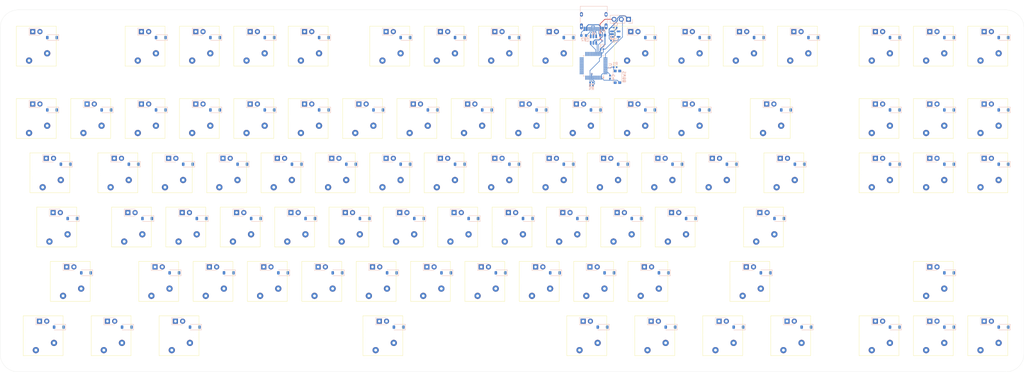
<source format=kicad_pcb>
(kicad_pcb (version 20241229) (generator "pcbnew") (generator_version "9.0")
  (layers (0 "F.Cu" signal) (2 "B.Cu" signal) (13 "F.Paste" user) (15 "B.Paste" user) (5 "F.SilkS" user "F.Silkscreen") (7 "B.SilkS" user "B.Silkscreen") (1 "F.Mask" user) (3 "B.Mask" user) (25 "Edge.Cuts" user))
  (net 0 "")
  (net 1 "/keys/c0")
  (net 2 "Net-(D1-A)")
  (net 3 "Net-(D2-A)")
  (net 4 "Net-(D4-A)")
  (net 5 "Net-(D6-A)")
  (net 6 "Net-(D7-A)")
  (net 7 "/keys/c1")
  (net 8 "Net-(D5-A)")
  (net 9 "Net-(D9-A)")
  (net 10 "Net-(D10-A)")
  (net 11 "Net-(D11-A)")
  (net 12 "Net-(D12-A)")
  (net 13 "/keys/c2")
  (net 14 "Net-(D13-A)")
  (net 15 "Net-(D14-A)")
  (net 16 "Net-(D17-A)")
  (net 17 "/keys/c3")
  (net 18 "Net-(D18-A)")
  (net 19 "Net-(D16-A)")
  (net 20 "Net-(D20-A)")
  (net 21 "Net-(D21-A)")
  (net 22 "Net-(D19-A)")
  (net 23 "Net-(D22-A)")
  (net 24 "/keys/c4")
  (net 25 "Net-(D24-A)")
  (net 26 "Net-(D25-A)")
  (net 27 "Net-(D26-A)")
  (net 28 "Net-(D27-A)")
  (net 29 "/keys/c5")
  (net 30 "Net-(D28-A)")
  (net 31 "Net-(D29-A)")
  (net 32 "Net-(D30-A)")
  (net 33 "Net-(D31-A)")
  (net 34 "/keys/c6")
  (net 35 "Net-(D23-A)")
  (net 36 "Net-(D33-A)")
  (net 37 "Net-(D34-A)")
  (net 38 "Net-(D35-A)")
  (net 39 "Net-(D36-A)")
  (net 40 "Net-(D37-A)")
  (net 41 "Net-(D38-A)")
  (net 42 "/keys/c7")
  (net 43 "Net-(D39-A)")
  (net 44 "Net-(D40-A)")
  (net 45 "Net-(D41-A)")
  (net 46 "Net-(D42-A)")
  (net 47 "Net-(D43-A)")
  (net 48 "/keys/c8")
  (net 49 "Net-(D44-A)")
  (net 50 "Net-(D45-A)")
  (net 51 "Net-(D46-A)")
  (net 52 "Net-(D47-A)")
  (net 53 "/keys/c9")
  (net 54 "Net-(D48-A)")
  (net 55 "Net-(D49-A)")
  (net 56 "Net-(D50-A)")
  (net 57 "Net-(D51-A)")
  (net 58 "Net-(D52-A)")
  (net 59 "/keys/c10")
  (net 60 "Net-(D53-A)")
  (net 61 "Net-(D54-A)")
  (net 62 "Net-(D55-A)")
  (net 63 "Net-(D56-A)")
  (net 64 "Net-(D57-A)")
  (net 65 "Net-(D58-A)")
  (net 66 "Net-(D59-A)")
  (net 67 "/keys/c11")
  (net 68 "Net-(D60-A)")
  (net 69 "Net-(D61-A)")
  (net 70 "Net-(D62-A)")
  (net 71 "Net-(D63-A)")
  (net 72 "Net-(D64-A)")
  (net 73 "/keys/c12")
  (net 74 "Net-(D65-A)")
  (net 75 "Net-(D66-A)")
  (net 76 "Net-(D67-A)")
  (net 77 "Net-(D68-A)")
  (net 78 "Net-(D69-A)")
  (net 79 "Net-(D70-A)")
  (net 80 "Net-(D71-A)")
  (net 81 "/keys/c13")
  (net 82 "Net-(D72-A)")
  (net 83 "Net-(D73-A)")
  (net 84 "Net-(D32-A)")
  (net 85 "Net-(D75-A)")
  (net 86 "/keys/c14")
  (net 87 "Net-(D76-A)")
  (net 88 "Net-(D77-A)")
  (net 89 "Net-(D78-A)")
  (net 90 "Net-(D79-A)")
  (net 91 "Net-(D80-A)")
  (net 92 "/keys/c15")
  (net 93 "Net-(D81-A)")
  (net 94 "Net-(D82-A)")
  (net 95 "Net-(D83-A)")
  (net 96 "Net-(D84-A)")
  (net 97 "Net-(D85-A)")
  (net 98 "Net-(D86-A)")
  (net 99 "Net-(D87-A)")
  (net 100 "/keys/r0")
  (net 101 "/keys/r1")
  (net 102 "/keys/r5")
  (net 103 "/keys/r2")
  (net 104 "/keys/r3")
  (net 105 "/keys/r4")
  (net 106 "Net-(D74-A)")
  (net 107 "/LEDs/V_in")
  (net 108 "/LEDs/led_esc")
  (net 109 "/LEDs/led_tilde")
  (net 110 "/LEDs/led_leftcontrol")
  (net 111 "/LEDs/led_tab")
  (net 112 "/LEDs/led_capslock")
  (net 113 "/LEDs/led_leftshift")
  (net 114 "/LEDs/led_1")
  (net 115 "/LEDs/led_fn")
  (net 116 "/LEDs/led_menu")
  (net 117 "/LEDs/led_q")
  (net 118 "/LEDs/led_a")
  (net 119 "/LEDs/led_f1")
  (net 120 "/LEDs/led_2")
  (net 121 "/LEDs/led_z")
  (net 122 "/LEDs/led_w")
  (net 123 "/LEDs/led_alt")
  (net 124 "/LEDs/led_rightcontrol")
  (net 125 "/LEDs/led_s")
  (net 126 "/LEDs/led_f2")
  (net 127 "/LEDs/led_3")
  (net 128 "/LEDs/led_x")
  (net 129 "/LEDs/led_e")
  (net 130 "/LEDs/led_d")
  (net 131 "/LEDs/led_f3")
  (net 132 "/LEDs/led_4")
  (net 133 "/LEDs/led_c")
  (net 134 "/LEDs/led_r")
  (net 135 "/LEDs/led_f")
  (net 136 "/LEDs/led_f4")
  (net 137 "/LEDs/led_5")
  (net 138 "/LEDs/led_v")
  (net 139 "/LEDs/led_t")
  (net 140 "/LEDs/led_g")
  (net 141 "/LEDs/led_6")
  (net 142 "/LEDs/led_b")
  (net 143 "/LEDs/led_space")
  (net 144 "/LEDs/led_f5")
  (net 145 "/LEDs/led_y")
  (net 146 "/LEDs/led_h")
  (net 147 "/LEDs/led_7")
  (net 148 "/LEDs/led_n")
  (net 149 "/LEDs/led_f6")
  (net 150 "/LEDs/led_u")
  (net 151 "/LEDs/led_j")
  (net 152 "/LEDs/led_8")
  (net 153 "/LEDs/led_m")
  (net 154 "/LEDs/led_f7")
  (net 155 "/LEDs/led_i")
  (net 156 "/LEDs/led_k")
  (net 157 "/LEDs/led_9")
  (net 158 "/LEDs/led_comma")
  (net 159 "/LEDs/led_f8")
  (net 160 "/LEDs/led_o")
  (net 161 "/LEDs/led_l")
  (net 162 "/LEDs/led_0")
  (net 163 "/LEDs/led_altgr")
  (net 164 "/LEDs/led_dot")
  (net 165 "/LEDs/led_p")
  (net 166 "/LEDs/led_semicolon")
  (net 167 "/LEDs/led_f9")
  (net 168 "/LEDs/led_minus")
  (net 169 "/LEDs/led_slash")
  (net 170 "/LEDs/led_win")
  (net 171 "/LEDs/led_openbracket")
  (net 172 "/LEDs/led_quote")
  (net 173 "/LEDs/led_f10")
  (net 174 "/LEDs/led_equals")
  (net 175 "/LEDs/led_closebracket")
  (net 176 "Net-(D3-A)")
  (net 177 "/LEDs/led_f11")
  (net 178 "/LEDs/led_rightshift")
  (net 179 "/LEDs/led_enter")
  (net 180 "/LEDs/led_backspace")
  (net 181 "/LEDs/led_backslash")
  (net 182 "Net-(D8-A)")
  (net 183 "/LEDs/led_f12")
  (net 184 "/LEDs/led_printscreen")
  (net 185 "/LEDs/led_insert")
  (net 186 "/LEDs/led_delete")
  (net 187 "/LEDs/led_left")
  (net 188 "/LEDs/led_scrollock")
  (net 189 "/LEDs/led_home")
  (net 190 "/LEDs/led_end")
  (net 191 "/LEDs/led_up")
  (net 192 "/LEDs/led_down")
  (net 193 "/LEDs/led_pause")
  (net 194 "/LEDs/led_pageup")
  (net 195 "/LEDs/led_pagedown")
  (net 196 "/LEDs/led_right")
  (net 197 "Net-(D15-A)")
  (net 198 "3V3")
  (net 199 "GND")
  (net 200 "5V")
  (net 201 "SWDIO")
  (net 202 "SWDCLK")
  (net 203 "BOOT0")
  (net 204 "Net-(J1-CC1)")
  (net 205 "Net-(J1-CC2)")
  (net 206 "RESET")
  (net 207 "Net-(J1-D+-PadA6)")
  (net 208 "USBDP")
  (net 209 "USBDM")
  (net 210 "Net-(J1-D--PadA7)")
  (net 213 "/usb_base/Y5")
  (net 215 "/usb_base/Y6")
  (net 216 "/usb_base/Y0")
  (net 220 "/usb_base/Y4")
  (net 221 "/usb_base/Y7")
  (net 223 "/usb_base/Y2")
  (net 226 "/usb_base/Y1")
  (net 227 "/usb_base/Y3")
  (footprint "footprints:SW_Cherry_MX_1.00u_PCB" (layer "F.Cu") (at 237.1725 103.505 180)
    (property "Reference" "SW57" (hide yes))
    (property "Value" "key_semicolon" (hide yes))
  )
  (footprint "footprints:SW_Cherry_MX_2.25u_PCB" (layer "F.Cu") (at 287.17875 103.505 180)
    (property "Reference" "SW70" (hide yes))
    (property "Value" "key_enter" (hide yes))
  )
  (footprint "footprints:SW_Cherry_MX_1.00u_PCB" (layer "F.Cu") (at 175.26 84.454999 180)
    (property "Reference" "SW41" (hide yes))
    (property "Value" "key_u" (hide yes))
  )
  (footprint "footprints:SW_Cherry_MX_1.25u_PCB" (layer "F.Cu") (at 225.26625 141.605 180)
    (property "Reference" "SW54" (hide yes))
    (property "Value" "key_altgr" (hide yes))
  )
  (footprint "footprints:SW_Cherry_MX_1.00u_PCB" (layer "F.Cu") (at 194.31 40.004999 180)
    (property "Reference" "SW45" (hide yes))
    (property "Value" "key_f7" (hide yes))
  )
  (footprint "footprints:SW_Cherry_MX_1.00u_PCB" (layer "F.Cu") (at 89.535 65.405 180)
    (property "Reference" "SW18" (hide yes))
    (property "Value" "key_3" (hide yes))
  )
  (footprint "footprints:SW_Cherry_MX_1.00u_PCB" (layer "F.Cu") (at 60.96 84.454999 180)
    (property "Reference" "SW9" (hide yes))
    (property "Value" "key_q" (hide yes))
  )
  (footprint "footprints:SW_Cherry_MX_1.00u_PCB" (layer "F.Cu") (at 365.76 141.605 180)
    (property "Reference" "SW87" (hide yes))
    (property "Value" "key_right" (hide yes))
  )
  (footprint "footprints:SW_Cherry_MX_1.00u_PCB" (layer "F.Cu") (at 160.9725 103.505 180)
    (property "Reference" "SW37" (hide yes))
    (property "Value" "key_h" (hide yes))
  )
  (footprint "footprints:SW_Cherry_MX_1.00u_PCB" (layer "F.Cu") (at 103.822499 103.505 180)
    (property "Reference" "SW21" (hide yes))
    (property "Value" "key_d" (hide yes))
  )
  (footprint "footprints:SW_Cherry_MX_1.50u_PCB" (layer "F.Cu") (at 294.3225 84.454999 180)
    (property "Reference" "SW72" (hide yes))
    (property "Value" "key_backslash" (hide yes))
  )
  (footprint "footprints:SW_Cherry_MX_1.25u_PCB" (layer "F.Cu") (at 82.39125 141.605 180)
    (property "Reference" "SW15" (hide yes))
    (property "Value" "key_alt" (hide yes))
  )
  (footprint "footprints:SW_Cherry_MX_1.00u_PCB" (layer "F.Cu") (at 256.2225 103.505 180)
    (property "Reference" "SW63" (hide yes))
    (property "Value" "key_quote" (hide yes))
  )
  (footprint "footprints:SW_Cherry_MX_1.00u_PCB" (layer "F.Cu") (at 260.985 40.004999 180)
    (property "Reference" "SW64" (hide yes))
    (property "Value" "key_f10" (hide yes))
  )
  (footprint "footprints:SW_Cherry_MX_1.00u_PCB" (layer "F.Cu") (at 346.71 65.405 180)
    (property "Reference" "SW80" (hide yes))
    (property "Value" "key_home" (hide yes))
  )
  (footprint "footprints:SW_Cherry_MX_2.00u_PCB" (layer "F.Cu") (at 289.559999 65.405 180)
    (property "Reference" "SW71" (hide yes))
    (property "Value" "key_backspace" (hide yes))
  )
  (footprint "footprints:SW_Cherry_MX_1.00u_PCB" (layer "F.Cu") (at 137.16 84.454999 180)
    (property "Reference" "SW30" (hide yes))
    (property "Value" "key_t" (hide yes))
  )
  (footprint "footprints:SW_Cherry_MX_1.50u_PCB" (layer "F.Cu") (at 37.1475 84.454999 180)
    (property "Reference" "SW4" (hide yes))
    (property "Value" "key_tab" (hide yes))
  )
  (footprint "footprints:SW_Cherry_MX_1.00u_PCB" (layer "F.Cu") (at 84.7725 103.505 180)
    (property "Reference" "SW16" (hide yes))
    (property "Value" "key_s" (hide yes))
  )
  (footprint "footprints:SW_Cherry_MX_1.00u_PCB" (layer "F.Cu") (at 32.384999 65.405 180)
    (property "Reference" "SW2" (hide yes))
    (property "Value" "key_tilde" (hide yes))
  )
  (footprint "footprints:SW_Cherry_MX_1.00u_PCB" (layer "F.Cu") (at 108.585 40.004999 180)
    (property "Reference" "SW22" (hide yes))
    (property "Value" "key_f3" (hide yes))
  )
  (footprint "footprints:SW_Cherry_MX_1.25u_PCB" (layer "F.Cu") (at 272.89125 141.605 180)
    (property "Reference" "SW67" (hide yes))
    (property "Value" "key_menu" (hide yes))
  )
  (footprint "footprints:SW_Cherry_MX_1.00u_PCB" (layer "F.Cu") (at 75.2475 122.555 180)
    (property "Reference" "SW13" (hide yes))
    (property "Value" "key_z" (hide yes))
  )
  (footprint "footprints:SW_Cherry_MX_1.00u_PCB" (layer "F.Cu") (at 113.3475 122.555 180)
    (property "Reference" "SW24" (hide yes))
    (property "Value" "key_c" (hide yes))
  )
  (footprint "footprints:SW_Cherry_MX_1.00u_PCB" (layer "F.Cu") (at 203.835 65.405 180)
    (property "Reference" "SW48" (hide yes))
    (property "Value" "key_9" (hide yes))
  )
  (footprint "footprints:SW_Cherry_MX_1.00u_PCB" (layer "F.Cu") (at 280.035 40.004999 180)
    (property "Reference" "SW68" (hide yes))
    (property "Value" "key_f11" (hide yes))
  )
  (footprint "footprints:SW_Cherry_MX_1.00u_PCB" (layer "F.Cu") (at 194.31 84.454999 180)
    (property "Reference" "SW46" (hide yes))
    (property "Value" "key_i" (hide yes))
  )
  (footprint "footprints:SW_Cherry_MX_1.00u_PCB" (layer "F.Cu") (at 346.71 84.454999 180)
    (property "Reference" "SW81" (hide yes))
    (property "Value" "key_end" (hide yes))
  )
  (footprint "footprints:SW_Cherry_MX_1.00u_PCB" (layer "F.Cu") (at 327.659999 141.605 180)
    (property "Reference" "SW78" (hide yes))
    (property "Value" "key_left" (hide yes))
  )
  (footprint "footprints:SW_Cherry_MX_1.00u_PCB" (layer "F.Cu") (at 180.0225 103.505 180)
    (property "Reference" "SW42" (hide yes))
    (property "Value" "key_j" (hide yes))
  )
  (footprint "footprints:SW_Cherry_MX_1.00u_PCB" (layer "F.Cu") (at 208.5975 122.555 180)
    (property "Reference" "SW49" (hide yes))
    (property "Value" "key_comma" (hide yes))
  )
  (footprint "footprints:SW_Cherry_MX_1.00u_PCB" (layer "F.Cu") (at 241.935 65.405 180)
    (property "Reference" "SW59" (hide yes))
    (property "Value" "key_minus" (hide yes))
  )
  (footprint "footprints:SW_Cherry_MX_1.00u_PCB" (layer "F.Cu") (at 127.634999 65.405 180)
    (property "Reference" "SW28" (hide yes))
    (property "Value" "key_5" (hide yes))
  )
  (footprint "footprints:SW_Cherry_MX_1.00u_PCB" (layer "F.Cu") (at 184.785 65.405 180)
    (property "Reference" "SW43" (hide yes))
    (property "Value" "key_8" (hide yes))
  )
  (footprint "footprints:SW_Cherry_MX_1.00u_PCB" (layer "F.Cu") (at 146.685 65.405 180)
    (property "Reference" "SW32" (hide yes))
    (property "Value" "key_6" (hide yes))
  )
  (footprint "footprints:SW_Cherry_MX_1.00u_PCB" (layer "F.Cu") (at 122.8725 103.505 180)
    (property "Reference" "SW26" (hide yes))
    (property "Value" "key_f" (hide yes))
  )
  (footprint "footprints:SW_Cherry_MX_2.25u_PCB" (layer "F.Cu") (at 44.29125 122.555 180)
    (property "Reference" "SW6" (hide yes))
    (property "Value" "key_leftshift" (hide yes))
  )
  (footprint "footprints:SW_Cherry_MX_1.00u_PCB" (layer "F.Cu") (at 251.46 84.454999 180)
    (property "Reference" "SW62" (hide yes))
    (property "Value" "key_openbracket" (hide yes))
  )
  (footprint "footprints:SW_Cherry_MX_1.00u_PCB" (layer "F.Cu") (at 246.6975 122.555 180)
    (property "Reference" "SW60" (hide yes))
    (property "Value" "key_slash" (hide yes))
  )
  (footprint "footprints:SW_Cherry_MX_1.00u_PCB" (layer "F.Cu") (at 218.1225 103.505 180)
    (property "Reference" "SW52" (hide yes))
    (property "Value" "key_l" (hide yes))
  )
  (footprint "footprints:SW_Cherry_MX_1.00u_PCB" (layer "F.Cu") (at 141.9225 103.505 180)
    (property "Reference" "SW31" (hide yes))
    (property "Value" "key_g" (hide yes))
  )
  (footprint "footprints:SW_Cherry_MX_1.00u_PCB" (layer "F.Cu") (at 346.71 141.605 180)
    (property "Reference" "SW83" (hide yes))
    (property "Value" "key_down" (hide yes))
  )
  (footprint "footprints:SW_Cherry_MX_1.00u_PCB" (layer "F.Cu") (at 346.71 40.004999 180)
    (property "Reference" "SW79" (hide yes))
    (property "Value" "key_scrollock" (hide yes))
  )
  (footprint "footprints:SW_Cherry_MX_1.00u_PCB" (layer "F.Cu") (at 51.435 65.405 180)
    (property "Reference" "SW7" (hide yes))
    (property "Value" "key_1" (hide yes))
  )
  (footprint "footprints:SW_Cherry_MX_2.75u_PCB" (layer "F.Cu") (at 282.41625 122.555 180)
    (property "Reference" "SW69" (hide yes))
    (property "Value" "key_rightshift" (hide yes))
  )
  (footprint "footprints:SW_Cherry_MX_1.00u_PCB" (layer "F.Cu") (at 365.76 65.405 180)
    (property "Reference" "SW85" (hide yes))
    (property "Value" "key_pageup" (hide yes))
  )
  (footprint "footprints:SW_Cherry_MX_1.00u_PCB" (layer "F.Cu") (at 327.659999 84.454999 180)
    (property "Reference" "SW77" (hide yes))
    (property "Value" "key_delete" (hide yes))
  )
  (footprint "footprints:SW_Cherry_MX_1.00u_PCB" (layer "F.Cu") (at 189.5475 122.555 180)
    (property "Reference" "SW44" (hide yes))
    (property "Value" "key_m" (hide yes))
  )
  (footprint "footprints:SW_Cherry_MX_1.00u_PCB" (layer "F.Cu") (at 32.384999 40.004999 180)
    (property "Reference" "SW1" (hide yes))
    (property "Value" "key_esc" (hide yes))
  )
  (footprint "footprints:SW_Cherry_MX_1.00u_PCB" (layer "F.Cu") (at 99.06 84.454999 180)
    (property "Reference" "SW20" (hide yes))
    (property "Value" "key_e" (hide yes))
  )
  (footprint "footprints:SW_Cherry_MX_1.00u_PCB" (layer "F.Cu") (at 222.885 65.405 180)
    (property "Reference" "SW53" (hide yes))
    (property "Value" "key_0" (hide yes))
  )
  (footprint "footprints:SW_Cherry_MX_1.00u_PCB" (layer "F.Cu") (at 365.76 40.004999 180)
    (property "Reference" "SW84" (hide yes))
    (property "Value" "key_pause" (hide yes))
  )
  (footprint "footprints:SW_Cherry_MX_1.00u_PCB" (layer "F.Cu") (at 170.4975 122.555 180)
    (property "Reference" "SW39" (hide yes))
    (property "Value" "key_n" (hide yes))
  )
  (footprint "footprints:SW_Cherry_MX_1.00u_PCB" (layer "F.Cu") (at 127.634999 40.004999 180)
    (property "Reference" "SW27" (hide yes))
    (property "Value" "key_f4" (hide yes))
  )
  (footprint "footprints:SW_Cherry_MX_1.00u_PCB" (layer "F.Cu") (at 213.36 84.454999 180)
    (property "Reference" "SW51" (hide yes))
    (property "Value" "key_o" (hide yes))
  )
  (footprint "footprints:SW_Cherry_MX_1.25u_PCB" (layer "F.Cu") (at 249.07875 141.605 180)
    (property "Reference" "SW61" (hide yes))
    (property "Value" "key_win" (hide yes))
  )
  (footprint "footprints:SW_Cherry_MX_1.00u_PCB" (layer "F.Cu") (at 94.297499 122.555 180)
    (property "Reference" "SW19" (hide yes))
    (property "Value" "key_x" (hide yes))
  )
  (footprint "footprints:SW_Cherry_MX_1.00u_PCB" (layer "F.Cu") (at 89.535 40.004999 180)
    (property "Reference" "SW17" (hide yes))
    (property "Value" "key_f2" (hide yes))
  )
  (footprint "footprints:SW_Cherry_MX_1.00u_PCB" (layer "F.Cu") (at 108.585 65.405 180)
    (property "Reference" "SW23" (hide yes))
    (property "Value" "key_4" (hide yes))
  )
  (footprint "footprints:SW_Cherry_MX_6.25u_PCB" (layer "F.Cu") (at 153.82875 141.605 180)
    (property "Reference" "SW34" (hide yes))
    (property "Value" "key_space" (hide yes))
  )
  (footprint "footprints:SW_Cherry_MX_1.00u_PCB" (layer "F.Cu") (at 260.985 65.405 180)
    (property "Reference" "SW65" (hide yes))
    (property "Value" "key_equals" (hide yes))
  )
  (footprint "footprints:SW_Cherry_MX_1.00u_PCB" (layer "F.Cu") (at 213.36 40.004999 180)
    (property "Reference" "SW50" (hide yes))
    (property "Value" "key_f8" (hide yes))
  )
  (footprint "footprints:SW_Cherry_MX_1.00u_PCB" (layer "F.Cu") (at 70.485 65.405 180)
    (property "Reference" "SW12" (hide yes))
    (property "Value" "key_2" (hide yes))
  )
  (footprint "footprints:SW_Cherry_MX_1.00u_PCB" (layer "F.Cu") (at 175.26 40.004999 180)
    (property "Reference" "SW40" (hide yes))
    (property "Value" "key_f6" (hide yes))
  )
  (footprint "footprints:SW_Cherry_MX_1.25u_PCB" (layer "F.Cu") (at 58.57875 141.605 180)
    (property "Reference" "SW8" (hide yes))
    (property "Value" "key_fn" (hide yes))
  )
  (footprint "footprints:SW_Cherry_MX_1.75u_PCB" (layer "F.Cu") (at 39.52875 103.505 180)
    (property "Reference" "SW5" (hide yes))
    (property "Value" "key_capslock" (hide yes))
  )
  (footprint "footprints:SW_Cherry_MX_1.00u_PCB" (layer "F.Cu") (at 232.41 84.454999 180)
    (property "Reference" "SW56" (hide yes))
    (property "Value" "key_p" (hide yes))
  )
  (footprint "footprints:SW_Cherry_MX_1.25u_PCB" (layer "F.Cu") (at 296.703749 141.605 180)
    (property "Reference" "SW73" (hide yes))
    (property "Value" "key_rightcontrol" (hide yes))
  )
  (footprint "footprints:SW_Cherry_MX_1.00u_PCB" (layer "F.Cu") (at 118.109999 84.454999 180)
    (property "Reference" "SW25" (hide yes))
    (property "Value" "key_r" (hide yes))
  )
  (footprint "footprints:SW_Cherry_MX_1.25u_PCB" (layer "F.Cu") (at 34.76625 141.605 180)
    (property "Reference" "SW3" (hide yes))
    (property "Value" "key_leftcontrol" (hide yes))
  )
  (footprint "footprints:SW_Cherry_MX_1.00u_PCB" (layer "F.Cu") (at 270.51 84.454999 180)
    (property "Reference" "SW66" (hide yes))
    (property "Value" "key_closebracket" (hide yes))
  )
  (footprint "footprints:SW_Cherry_MX_1.00u_PCB" (layer "F.Cu") (at 199.0725 103.505 180)
    (property "Reference" "SW47" (hide yes))
    (property "Value" "key_k" (hide yes))
  )
  (footprint "footprints:SW_Cherry_MX_1.00u_PCB" (layer "F.Cu") (at 241.935 40.004999 180)
    (property "Reference" "SW58" (hide yes))
    (property "Value" "key_f9" (hide yes))
  )
  (footprint "footprints:SW_Cherry_MX_1.00u_PCB" (layer "F.Cu") (at 80.01 84.454999 180)
    (property "Reference" "SW14" (hide yes))
    (property "Value" "key_w" (hide yes))
  )
  (footprint "footprints:SW_Cherry_MX_1.00u_PCB" (layer "F.Cu") (at 327.659999 40.004999 180)
    (property "Reference" "SW75" (hide yes))
    (property "Value" "key_printscreen" (hide yes))
  )
  (footprint "footprints:SW_Cherry_MX_1.00u_PCB" (layer "F.Cu") (at 346.71 122.555 180)
    (property "Reference" "SW82" (hide yes))
    (property "Value" "key_up" (hide yes))
  )
  (footprint "footprints:SW_Cherry_MX_1.00u_PCB" (layer "F.Cu") (at 227.6475 122.555 180)
    (property "Reference" "SW55" (hide yes))
    (property "Value" "key_dot" (hide yes))
  )
  (footprint "footprints:SW_Cherry_MX_1.00u_PCB" (layer "F.Cu") (at 132.3975 122.555 180)
    (property "Reference" "SW29" (hide yes))
    (property "Value" "key_v" (hide yes))
  )
  (footprint "footprints:SW_Cherry_MX_1.00u_PCB" (layer "F.Cu") (at 165.735 65.405 180)
    (property "Reference" "SW38" (hide yes))
    (property "Value" "key_7" (hide yes))
  )
  (footprint "footprints:SW_Cherry_MX_1.00u_PCB" (layer "F.Cu") (at 327.659999 65.405 180)
    (property "Reference" "SW76" (hide yes))
    (property "Value" "key_insert" (hide yes))
  )
  (footprint "footprints:SW_Cherry_MX_1.00u_PCB" (layer "F.Cu") (at 65.7225 103.505 180)
    (property "Reference" "SW10" (hide yes))
    (property "Value" "key_a" (hide yes))
  )
  (footprint "footprints:SW_Cherry_MX_1.00u_PCB" (layer "F.Cu") (at 70.485 40.004999 180)
    (property "Reference" "SW11" (hide yes))
    (property "Value" "key_f1" (hide yes))
  )
  (footprint "footprints:SW_Cherry_MX_1.00u_PCB" (layer "F.Cu") (at 156.21 40.004999 180)
    (property "Reference" "SW35" (hide yes))
    (property "Value" "key_f5" (hide yes))
  )
  (footprint "footprints:SW_Cherry_MX_1.00u_PCB" (layer "F.Cu") (at 156.21 84.454999 180)
    (property "Reference" "SW36" (hide yes))
    (property "Value" "key_y" (hide yes))
  )
  (footprint "footprints:SW_Cherry_MX_1.00u_PCB" (layer "F.Cu") (at 365.76 84.454999 180)
    (property "Reference" "SW86" (hide yes))
    (property "Value" "key_pagedown" (hide yes))
  )
  (footprint "footprints:SW_Cherry_MX_1.00u_PCB" (layer "F.Cu") (at 151.4475 122.555 180)
    (property "Reference" "SW33" (hide yes))
    (property "Value" "key_b" (hide yes))
  )
  (footprint "footprints:SW_Cherry_MX_1.00u_PCB" (layer "F.Cu") (at 299.085 40.004999 180)
    (property "Reference" "SW74" (hide yes))
    (property "Value" "key_f12" (hide yes))
  )
  (footprint "Diode_SMD:D_SOD-123" (layer "B.Cu") (at 354.75 114.475 180)
    (property "Reference" "D82" (hide yes))
    (property "Value" "d_up" (hide yes))
  )
  (footprint "Diode_SMD:D_SOD-123" (layer "B.Cu") (at 173.775 57.324999 180)
    (property "Reference" "D38" (hide yes))
    (property "Value" "d_7" (hide yes))
  )
  (footprint "Diode_SMD:D_SOD-123" (layer "B.Cu") (at 130.9125 95.424999 180)
    (property "Reference" "D26" (hide yes))
    (property "Value" "d_f" (hide yes))
  )
  (footprint "footprints:LED3mm" (layer "B.Cu") (at 215.9 29.845)
    (property "Reference" "LED50" (hide yes))
    (property "Value" "LED_f8" (hide yes))
  )
  (footprint "footprints:LED3mm" (layer "B.Cu") (at 225.425 55.245)
    (property "Reference" "LED53" (hide yes))
    (property "Value" "LED_0" (hide yes))
  )
  (footprint "footprints:LED3mm" (layer "B.Cu") (at 173.0375 112.395)
    (property "Reference" "LED39" (hide yes))
    (property "Value" "LED_n" (hide yes))
  )
  (footprint "Diode_SMD:D_SOD-123" (layer "B.Cu") (at 116.625 57.324999 180)
    (property "Reference" "D23" (hide yes))
    (property "Value" "d_4" (hide yes))
  )
  (footprint "footprints:LED3mm" (layer "B.Cu") (at 34.925 55.245)
    (property "Reference" "LED2" (hide yes))
    (property "Value" "LED_tilde" (hide yes))
  )
  (footprint "Diode_SMD:D_SOD-123" (layer "B.Cu") (at 335.7 76.375 180)
    (property "Reference" "D77" (hide yes))
    (property "Value" "d_delete" (hide yes))
  )
  (footprint "Diode_SMD:D_SOD-123" (layer "B.Cu") (at 42.80625 133.525 180)
    (property "Reference" "D3" (hide yes))
    (property "Value" "d_leftcontrol" (hide yes))
  )
  (footprint "footprints:LED3mm" (layer "B.Cu") (at 187.325 55.245)
    (property "Reference" "LED43" (hide yes))
    (property "Value" "LED_8" (hide yes))
  )
  (footprint "footprints:LED3mm" (layer "B.Cu") (at 192.0875 112.395)
    (property "Reference" "LED44" (hide yes))
    (property "Value" "LED_m" (hide yes))
  )
  (footprint "Diode_SMD:D_SOD-123" (layer "B.Cu") (at 335.7 57.324999 180)
    (property "Reference" "D76" (hide yes))
    (property "Value" "d_insert" (hide yes))
  )
  (footprint "footprints:LED3mm" (layer "B.Cu") (at 92.074999 55.245)
    (property "Reference" "LED18" (hide yes))
    (property "Value" "LED_3" (hide yes))
  )
  (footprint "footprints:LED3mm" (layer "B.Cu") (at 34.925 29.845)
    (property "Reference" "LED1" (hide yes))
    (property "Value" "LED_esc" (hide yes))
  )
  (footprint "Diode_SMD:D_SOD-123" (layer "B.Cu") (at 373.8 57.324999 180)
    (property "Reference" "D85" (hide yes))
    (property "Value" "d_pageup" (hide yes))
  )
  (footprint "footprints:LED3mm" (layer "B.Cu") (at 63.5 74.294999)
    (property "Reference" "LED9" (hide yes))
    (property "Value" "LED_q" (hide yes))
  )
  (footprint "footprints:LED3mm" (layer "B.Cu") (at 299.24375 131.445)
    (property "Reference" "LED73" (hide yes))
    (property "Value" "LED_rightcontrol" (hide yes))
  )
  (footprint "Diode_SMD:D_SOD-123" (layer "B.Cu") (at 202.35 31.924999 180)
    (property "Reference" "D45" (hide yes))
    (property "Value" "d_f7" (hide yes))
  )
  (footprint "Diode_SMD:D_SOD-123" (layer "B.Cu") (at 269.025 57.324999 180)
    (property "Reference" "D65" (hide yes))
    (property "Value" "d_equals" (hide yes))
  )
  (footprint "footprints:LED3mm" (layer "B.Cu") (at 182.5625 93.345)
    (property "Reference" "LED42" (hide yes))
    (property "Value" "LED_j" (hide yes))
  )
  (footprint "Diode_SMD:D_SOD-123" (layer "B.Cu") (at 169.0125 95.424999 180)
    (property "Reference" "D37" (hide yes))
    (property "Value" "d_h" (hide yes))
  )
  (footprint "footprints:LED3mm" (layer "B.Cu") (at 120.65 74.294999)
    (property "Reference" "LED25" (hide yes))
    (property "Value" "LED_r" (hide yes))
  )
  (footprint "footprints:LED3mm" (layer "B.Cu") (at 301.625 29.845)
    (property "Reference" "LED74" (hide yes))
    (property "Value" "LED_f12" (hide yes))
  )
  (footprint "Diode_SMD:D_SOD-123" (layer "B.Cu") (at 135.675 57.324999 180)
    (property "Reference" "D28" (hide yes))
    (property "Value" "d_5" (hide yes))
  )
  (footprint "Diode_SMD:D_SOD-123" (layer "B.Cu") (at 249.975 57.324999 180)
    (property "Reference" "D59" (hide yes))
    (property "Value" "d_minus" (hide yes))
  )
  (footprint "footprints:LED3mm" (layer "B.Cu") (at 273.05 74.294999)
    (property "Reference" "LED66" (hide yes))
    (property "Value" "LED_closebracket" (hide yes))
  )
  (footprint "Diode_SMD:D_SOD-123" (layer "B.Cu") (at 307.125 31.924999 180)
    (property "Reference" "D74" (hide yes))
    (property "Value" "d_f12" (hide yes))
  )
  (footprint "footprints:LED3mm" (layer "B.Cu") (at 134.9375 112.395)
    (property "Reference" "LED29" (hide yes))
    (property "Value" "LED_v" (hide yes))
  )
  (footprint "footprints:LED3mm" (layer "B.Cu") (at 115.887499 112.395)
    (property "Reference" "LED24" (hide yes))
    (property "Value" "LED_c" (hide yes))
  )
  (footprint "Diode_SMD:D_SOD-123" (layer "B.Cu") (at 97.574999 57.324999 180)
    (property "Reference" "D18" (hide yes))
    (property "Value" "d_3" (hide yes))
  )
  (footprint "footprints:LED3mm" (layer "B.Cu") (at 220.6625 93.345)
    (property "Reference" "LED52" (hide yes))
    (property "Value" "LED_l" (hide yes))
  )
  (footprint "footprints:LED3mm" (layer "B.Cu") (at 130.175 55.245)
    (property "Reference" "LED28" (hide yes))
    (property "Value" "LED_5" (hide yes))
  )
  (footprint "Diode_SMD:D_SOD-123" (layer "B.Cu") (at 335.7 31.924999 180)
    (property "Reference" "D75" (hide yes))
    (property "Value" "d_printscreen" (hide yes))
  )
  (footprint "footprints:LED3mm" (layer "B.Cu") (at 349.25 74.294999)
    (property "Reference" "LED81" (hide yes))
    (property "Value" "LED_end" (hide yes))
  )
  (footprint "footprints:LED3mm" (layer "B.Cu") (at 289.71875 93.345)
    (property "Reference" "LED70" (hide yes))
    (property "Value" "LED_enter" (hide yes))
  )
  (footprint "footprints:LED3mm" (layer "B.Cu") (at 249.2375 112.395)
    (property "Reference" "LED60" (hide yes))
    (property "Value" "LED_slash" (hide yes))
  )
  (footprint "footprints:LED3mm" (layer "B.Cu") (at 61.11875 131.445)
    (property "Reference" "LED8" (hide yes))
    (property "Value" "LED_fn" (hide yes))
  )
  (footprint "footprints:USB_C_Receptacle_HRO_TYPE-C-31-M-12" (layer "B.Cu") (at 230.245 24.85)
    (property "Reference" "J1")
    (property "Value" "USB_C_Receptacle_USB2.0")
  )
  (footprint "Diode_SMD:D_SOD-123" (layer "B.Cu") (at 290.45625 114.475 180)
    (property "Reference" "D69" (hide yes))
    (property "Value" "d_rightshift" (hide yes))
  )
  (footprint "Diode_SMD:D_SOD-123" (layer "B.Cu") (at 354.75 57.324999 180)
    (property "Reference" "D80" (hide yes))
    (property "Value" "d_home" (hide yes))
  )
  (footprint "Diode_SMD:D_SOD-123" (layer "B.Cu") (at 102.3375 114.475 180)
    (property "Reference" "D19" (hide yes))
    (property "Value" "d_x" (hide yes))
  )
  (footprint "Diode_SMD:D_SOD-123" (layer "B.Cu") (at 97.574999 31.924999 180)
    (property "Reference" "D17" (hide yes))
    (property "Value" "d_f2" (hide yes))
  )
  (footprint "Diode_SMD:D_SOD-123" (layer "B.Cu") (at 183.3 31.924999 180)
    (property "Reference" "D40" (hide yes))
    (property "Value" "d_f6" (hide yes))
  )
  (footprint "Diode_SMD:D_SOD-123" (layer "B.Cu") (at 78.525 31.924999 180)
    (property "Reference" "D11" (hide yes))
    (property "Value" "d_f1" (hide yes))
  )
  (footprint "footprints:LED3mm" (layer "B.Cu") (at 239.7125 93.345)
    (property "Reference" "LED57" (hide yes))
    (property "Value" "LED_semicolon" (hide yes))
  )
  (footprint "footprints:LED3mm" (layer "B.Cu") (at 139.7 74.294999)
    (property "Reference" "LED30" (hide yes))
    (property "Value" "LED_t" (hide yes))
  )
  (footprint "Diode_SMD:D_SOD-123" (layer "B.Cu") (at 249.975 31.924999 180)
    (property "Reference" "D58" (hide yes))
    (property "Value" "d_f9" (hide yes))
  )
  (footprint "footprints:LED3mm" (layer "B.Cu") (at 177.8 74.294999)
    (property "Reference" "LED41" (hide yes))
    (property "Value" "LED_u" (hide yes))
  )
  (footprint "Diode_SMD:D_SOD-123" (layer "B.Cu") (at 373.8 133.525 180)
    (property "Reference" "D87" (hide yes))
    (property "Value" "d_right" (hide yes))
  )
  (footprint "footprints:LED3mm" (layer "B.Cu") (at 349.25 29.845)
    (property "Reference" "LED79" (hide yes))
    (property "Value" "LED_scrollock" (hide yes))
  )
  (footprint "footprints:LED3mm" (layer "B.Cu") (at 349.25 112.395)
    (property "Reference" "LED82" (hide yes))
    (property "Value" "LED_up" (hide yes))
  )
  (footprint "footprints:LED3mm" (layer "B.Cu") (at 96.8375 112.395)
    (property "Reference" "LED19" (hide yes))
    (property "Value" "LED_x" (hide yes))
  )
  (footprint "footprints:LED3mm" (layer "B.Cu") (at 230.1875 112.395)
    (property "Reference" "LED55" (hide yes))
    (property "Value" "LED_dot" (hide yes))
  )
  (footprint "footprints:LED3mm" (layer "B.Cu") (at 158.75 74.294999)
    (property "Reference" "LED36" (hide yes))
    (property "Value" "LED_y" (hide yes))
  )
  (footprint "Package_QFP:LQFP-48_7x7mm_P0.5mm" (layer "B.Cu") (at 230.1825 41.85 90)
    (property "Reference" "U2")
    (property "Value" "STM32F072C8Tx")
  )
  (footprint "Diode_SMD:D_SOD-123" (layer "B.Cu") (at 161.86875 133.525 180)
    (property "Reference" "D34" (hide yes))
    (property "Value" "d_space" (hide yes))
  )
  (footprint "footprints:LED3mm" (layer "B.Cu") (at 211.1375 112.395)
    (property "Reference" "LED49" (hide yes))
    (property "Value" "LED_comma" (hide yes))
  )
  (footprint "Diode_SMD:D_SOD-123" (layer "B.Cu") (at 354.75 76.375 180)
    (property "Reference" "D81" (hide yes))
    (property "Value" "d_end" (hide yes))
  )
  (footprint "Diode_SMD:D_SOD-123" (layer "B.Cu") (at 216.6375 114.475 180)
    (property "Reference" "D49" (hide yes))
    (property "Value" "d_comma" (hide yes))
  )
  (footprint "footprints:LED3mm" (layer "B.Cu") (at 168.275 55.245)
    (property "Reference" "LED38" (hide yes))
    (property "Value" "LED_7" (hide yes))
  )
  (footprint "footprints:LED3mm" (layer "B.Cu") (at 42.068749 93.345)
    (property "Reference" "LED5" (hide yes))
    (property "Value" "LED_capslock" (hide yes))
  )
  (footprint "Diode_SMD:D_SOD-123" (layer "B.Cu") (at 233.30625 133.525 180)
    (property "Reference" "D54" (hide yes))
    (property "Value" "d_altgr" (hide yes))
  )
  (footprint "Resistor_SMD:R_0603_1608Metric" (layer "B.Cu") (at 226.72 31.2)
    (property "Reference" "R2")
    (property "Value" "5k1")
  )
  (footprint "Diode_SMD:D_SOD-123" (layer "B.Cu") (at 280.93125 133.525 180)
    (property "Reference" "D67" (hide yes))
    (property "Value" "d_menu" (hide yes))
  )
  (footprint "footprints:LED3mm" (layer "B.Cu") (at 368.3 74.294999)
    (property "Reference" "LED86" (hide yes))
    (property "Value" "LED_pagedown" (hide yes))
  )
  (footprint "footprints:LED3mm" (layer "B.Cu") (at 156.36875 131.445)
    (property "Reference" "LED34" (hide yes))
    (property "Value" "LED_space" (hide yes))
  )
  (footprint "footprints:LED3mm" (layer "B.Cu") (at 201.6125 93.345)
    (property "Reference" "LED47" (hide yes))
    (property "Value" "LED_k" (hide yes))
  )
  (footprint "Diode_SMD:D_SOD-123" (layer "B.Cu") (at 240.45 76.375 180)
    (property "Reference" "D56" (hide yes))
    (property "Value" "d_p" (hide yes))
  )
  (footprint "Diode_SMD:D_SOD-123" (layer "B.Cu") (at 373.8 31.924999 180)
    (property "Reference" "D84" (hide yes))
    (property "Value" "d_pause" (hide yes))
  )
  (footprint "Package_TO_SOT_SMD:SOT-23-5" (layer "B.Cu") (at 237.800501 30.719499)
    (property "Reference" "U3")
    (property "Value" "AP2112K-3.3")
  )
  (footprint "Diode_SMD:D_SOD-123" (layer "B.Cu") (at 211.875 57.324999 180)
    (property "Reference" "D48" (hide yes))
    (property "Value" "d_9" (hide yes))
  )
  (footprint "Diode_SMD:D_SOD-123" (layer "B.Cu") (at 197.5875 114.475 180)
    (property "Reference" "D44" (hide yes))
    (property "Value" "d_m" (hide yes))
  )
  (footprint "footprints:LED3mm" (layer "B.Cu") (at 149.225 55.245)
    (property "Reference" "LED32" (hide yes))
    (property "Value" "LED_6" (hide yes))
  )
  (footprint "footprints:LED3mm" (layer "B.Cu") (at 68.2625 93.345)
    (property "Reference" "LED10" (hide yes))
    (property "Value" "LED_a" (hide yes))
  )
  (footprint "Diode_SMD:D_SOD-123" (layer "B.Cu") (at 40.425 57.324999 180)
    (property "Reference" "D2" (hide yes))
    (property "Value" "d_tilde" (hide yes))
  )
  (footprint "Diode_SMD:D_SOD-123" (layer "B.Cu") (at 254.7375 114.475 180)
    (property "Reference" "D60" (hide yes))
    (property "Value" "d_slash" (hide yes))
  )
  (footprint "Diode_SMD:D_SOD-123" (layer "B.Cu") (at 83.2875 114.475 180)
    (property "Reference" "D13" (hide yes))
    (property "Value" "d_z" (hide yes))
  )
  (footprint "footprints:LED3mm" (layer "B.Cu") (at 158.75 29.845)
    (property "Reference" "LED35" (hide yes))
    (property "Value" "LED_f5" (hide yes))
  )
  (footprint "footprints:LED3mm" (layer "B.Cu") (at 244.475 29.845)
    (property "Reference" "LED58" (hide yes))
    (property "Value" "LED_f9" (hide yes))
  )
  (footprint "Capacitor_SMD:C_0402_1005Metric" (layer "B.Cu") (at 233.145 36 180)
    (property "Reference" "C1")
    (property "Value" "1uF")
  )
  (footprint "Diode_SMD:D_SOD-123" (layer "B.Cu") (at 88.05 76.375 180)
    (property "Reference" "D14" (hide yes))
    (property "Value" "d_w" (hide yes))
  )
  (footprint "Diode_SMD:D_SOD-123" (layer "B.Cu") (at 126.15 76.375 180)
    (property "Reference" "D25" (hide yes))
    (property "Value" "d_r" (hide yes))
  )
  (footprint "footprints:LED3mm" (layer "B.Cu") (at 349.25 55.245)
    (property "Reference" "LED80" (hide yes))
    (property "Value" "LED_home" (hide yes))
  )
  (footprint "Diode_SMD:D_SOD-123" (layer "B.Cu") (at 116.625 31.924999 180)
    (property "Reference" "D22" (hide yes))
    (property "Value" "d_f3" (hide yes))
  )
  (footprint "footprints:LED3mm" (layer "B.Cu") (at 349.25 131.445)
    (property "Reference" "LED83" (hide yes))
    (property "Value" "LED_down" (hide yes))
  )
  (footprint "footprints:LED3mm" (layer "B.Cu") (at 92.074999 29.845)
    (property "Reference" "LED17" (hide yes))
    (property "Value" "LED_f2" (hide yes))
  )
  (footprint "footprints:LED3mm" (layer "B.Cu") (at 258.7625 93.345)
    (property "Reference" "LED63" (hide yes))
    (property "Value" "LED_quote" (hide yes))
  )
  (footprint "footprints:LED3mm" (layer "B.Cu") (at 330.2 29.845)
    (property "Reference" "LED75" (hide yes))
    (property "Value" "LED_printscreen" (hide yes))
  )
  (footprint "footprints:LED3mm" (layer "B.Cu") (at 275.43125 131.445)
    (property "Reference" "LED67" (hide yes))
    (property "Value" "LED_menu" (hide yes))
  )
  (footprint "Diode_SMD:D_SOD-123" (layer "B.Cu") (at 121.387499 114.475 180)
    (property "Reference" "D24" (hide yes))
    (property "Value" "d_c" (hide yes))
  )
  (footprint "footprints:LED3mm" (layer "B.Cu") (at 46.83125 112.395)
    (property "Reference" "LED6" (hide yes))
    (property "Value" "LED_leftshift" (hide yes))
  )
  (footprint "footprints:LED3mm" (layer "B.Cu") (at 39.6875 74.294999)
    (property "Reference" "LED4" (hide yes))
    (property "Value" "LED_tab" (hide yes))
  )
  (footprint "Diode_SMD:D_SOD-123" (layer "B.Cu") (at 278.55 76.375 180)
    (property "Reference" "D66" (hide yes))
    (property "Value" "d_closebracket" (hide yes))
  )
  (footprint "Diode_SMD:D_SOD-123" (layer "B.Cu") (at 354.75 133.525 180)
    (property "Reference" "D83" (hide yes))
    (property "Value" "d_down" (hide yes))
  )
  (footprint "Diode_SMD:D_SOD-123" (layer "B.Cu") (at 69 76.375 180)
    (property "Reference" "D9" (hide yes))
    (property "Value" "d_q" (hide yes))
  )
  (footprint "footprints:LED3mm" (layer "B.Cu") (at 196.85 74.294999)
    (property "Reference" "LED46" (hide yes))
    (property "Value" "LED_i" (hide yes))
  )
  (footprint "Diode_SMD:D_SOD-123" (layer "B.Cu") (at 207.1125 95.424999 180)
    (property "Reference" "D47" (hide yes))
    (property "Value" "d_k" (hide yes))
  )
  (footprint "footprints:LED3mm" (layer "B.Cu") (at 234.95 74.294999)
    (property "Reference" "LED56" (hide yes))
    (property "Value" "LED_p" (hide yes))
  )
  (footprint "Diode_SMD:D_SOD-123" (layer "B.Cu") (at 245.2125 95.424999 180)
    (property "Reference" "D57" (hide yes))
    (property "Value" "d_semicolon" (hide yes))
  )
  (footprint "Diode_SMD:D_SOD-123" (layer "B.Cu") (at 92.8125 95.424999 180)
    (property "Reference" "D16" (hide yes))
    (property "Value" "d_s" (hide yes))
  )
  (footprint "Diode_SMD:D_SOD-123" (layer "B.Cu") (at 373.8 76.375 180)
    (property "Reference" "D86" (hide yes))
    (property "Value" "d_pagedown" (hide yes))
  )
  (footprint "Resistor_SMD:R_0402_1005Metric" (layer "B.Cu") (at 229.445 48.7)
    (property "Reference" "R4")
    (property "Value" "100k")
  )
  (footprint "Diode_SMD:D_SOD-123" (layer "B.Cu") (at 269.025 31.924999 180)
    (property "Reference" "D64" (hide yes))
    (property "Value" "d_f10" (hide yes))
  )
  (footprint "Diode_SMD:D_SOD-123" (layer "B.Cu") (at 178.5375 114.475 180)
    (property "Reference" "D39" (hide yes))
    (property "Value" "d_n" (hide yes))
  )
  (footprint "footprints:LED3mm" (layer "B.Cu") (at 263.524999 29.845)
    (property "Reference" "LED64" (hide yes))
    (property "Value" "LED_f10" (hide yes))
  )
  (footprint "Diode_SMD:D_SOD-123" (layer "B.Cu") (at 226.1625 95.424999 180)
    (property "Reference" "D52" (hide yes))
    (property "Value" "d_l" (hide yes))
  )
  (footprint "footprints:LED3mm" (layer "B.Cu") (at 73.025 29.845)
    (property "Reference" "LED11" (hide yes))
    (property "Value" "LED_f1" (hide yes))
  )
  (footprint "footprints:LED3mm" (layer "B.Cu") (at 227.80625 131.445)
    (property "Reference" "LED54" (hide yes))
    (property "Value" "LED_altgr" (hide yes))
  )
  (footprint "footprints:LED3mm" (layer "B.Cu") (at 292.099999 55.245)
    (property "Reference" "LED71" (hide yes))
    (property "Value" "LED_backspace" (hide yes))
  )
  (footprint "Diode_SMD:D_SOD-123" (layer "B.Cu") (at 335.7 133.525 180)
    (property "Reference" "D78" (hide yes))
    (property "Value" "d_left" (hide yes))
  )
  (footprint "Button_Switch_SMD:SW_Push_1P1T_NO_CK_KMR2" (layer "B.Cu") (at 238.545 45.7 90)
    (property "Reference" "SW88")
    (property "Value" "SW_SPST")
  )
  (footprint "Diode_SMD:D_SOD-123" (layer "B.Cu") (at 202.35 76.375 180)
    (property "Reference" "D46" (hide yes))
    (property "Value" "d_i" (hide yes))
  )
  (footprint "footprints:LED3mm" (layer "B.Cu") (at 82.55 74.294999)
    (property "Reference" "LED14" (hide yes))
    (property "Value" "LED_w" (hide yes))
  )
  (footprint "footprints:LED3mm" (layer "B.Cu") (at 330.2 55.245)
    (property "Reference" "LED76" (hide yes))
    (property "Value" "LED_insert" (hide yes))
  )
  (footprint "Diode_SMD:D_SOD-123" (layer "B.Cu") (at 135.675 31.924999 180)
    (property "Reference" "D27" (hide yes))
    (property "Value" "d_f4" (hide yes))
  )
  (footprint "footprints:LED3mm" (layer "B.Cu") (at 284.95625 112.395)
    (property "Reference" "LED69" (hide yes))
    (property "Value" "LED_rightshift" (hide yes))
  )
  (footprint "footprints:LED3mm" (layer "B.Cu") (at 130.175 29.845)
    (property "Reference" "LED27" (hide yes))
    (property "Value" "LED_f4" (hide yes))
  )
  (footprint "Package_TO_SOT_SMD:SOT-23-6" (layer "B.Cu") (at 230.1325 32.65 -90)
    (property "Reference" "U1")
    (property "Value" "USBLC6-2SC6")
  )
  (footprint "Diode_SMD:D_SOD-123" (layer "B.Cu") (at 66.61875 133.525 180)
    (property "Reference" "D8" (hide yes))
    (property "Value" "d_fn" (hide yes))
  )
  (footprint "Diode_SMD:D_SOD-123" (layer "B.Cu") (at 264.2625 95.424999 180)
    (property "Reference" "D63" (hide yes))
    (property "Value" "d_quote" (hide yes))
  )
  (footprint "footprints:LED3mm" (layer "B.Cu") (at 368.3 131.445)
    (property "Reference" "LED87" (hide yes))
    (property "Value" "LED_right" (hide yes))
  )
  (footprint "Diode_SMD:D_SOD-123" (layer "B.Cu") (at 47.568749 95.424999 180)
    (property "Reference" "D5" (hide yes))
    (property "Value" "d_capslock" (hide yes))
  )
  (footprint "Diode_SMD:D_SOD-123" (layer "B.Cu") (at 164.25 31.924999 180)
    (property "Reference" "D35" (hide yes))
    (property "Value" "d_f5" (hide yes))
  )
  (footprint "Capacitor_SMD:C_0402_1005Metric" (layer "B.Cu") (at 229.445 47.7)
    (property "Reference" "C3")
    (property "Value" "1uF")
  )
  (footprint "footprints:LED3mm" (layer "B.Cu") (at 368.3 29.845)
    (property "Reference" "LED84" (hide yes))
    (property "Value" "LED_pause" (hide yes))
  )
  (footprint "footprints:LED3mm" (layer "B.Cu") (at 368.3 55.245)
    (property "Reference" "LED85" (hide yes))
    (property "Value" "LED_pageup" (hide yes))
  )
  (footprint "Capacitor_SMD:C_0402_1005Metric" (layer "B.Cu") (at 237.800501 28.419499 180)
    (property "Reference" "C2")
    (property "Value" "1uF")
  )
  (footprint "footprints:LED3mm" (layer "B.Cu") (at 73.025 55.245)
    (property "Reference" "LED12" (hide yes))
    (property "Value" "LED_2" (hide yes))
  )
  (footprint "footprints:LED3mm" (layer "B.Cu") (at 111.125 55.245)
    (property "Reference" "LED23" (hide yes))
    (property "Value" "LED_4" (hide yes))
  )
  (footprint "Diode_SMD:D_SOD-123" (layer "B.Cu") (at 145.2 76.375 180)
    (property "Reference" "D30" (hide yes))
    (property "Value" "d_t" (hide yes))
  )
  (footprint "Diode_SMD:D_SOD-123" (layer "B.Cu") (at 183.3 76.375 180)
    (property "Reference" "D41" (hide yes))
    (property "Value" "d_u" (hide yes))
  )
  (footprint "Diode_SMD:D_SOD-123" (layer "B.Cu") (at 257.118749 133.525 180)
    (property "Reference" "D61" (hide yes))
    (property "Value" "d_win" (hide yes))
  )
  (footprint "footprints:LED3mm" (layer "B.Cu") (at 254 74.294999)
    (property "Reference" "LED62" (hide yes))
    (property "Value" "LED_openbracket" (hide yes))
  )
  (footprint "Capacitor_SMD:C_0402_1005Metric" (layer "B.Cu") (at 236.800501 33.019499 180)
    (property "Reference" "C5")
    (property "Value" "1uF")
  )
  (footprint "footprints:LED3mm" (layer "B.Cu") (at 282.575 29.845)
    (property "Reference" "LED68" (hide yes))
    (property "Value" "LED_f11" (hide yes))
  )
  (footprint "Diode_SMD:D_SOD-123" (layer "B.Cu") (at 159.4875 114.475 180)
    (property "Reference" "D33" (hide yes))
    (property "Value" "d_b" (hide yes))
  )
  (footprint "footprints:LED3mm" (layer "B.Cu") (at 84.93125 131.445)
    (property "Reference" "LED15" (hide yes))
    (property "Value" "LED_alt" (hide yes))
  )
  (footprint "Diode_SMD:D_SOD-123" (layer "B.Cu") (at 140.4375 114.475 180)
    (property "Reference" "D29" (hide yes))
    (property "Value" "d_v" (hide yes))
  )
  (footprint "Diode_SMD:D_SOD-123" (layer "B.Cu") (at 52.33125 114.475 180)
    (property "Reference" "D6" (hide yes))
    (property "Value" "d_leftshift" (hide yes))
  )
  (footprint "Diode_SMD:D_SOD-123" (layer "B.Cu") (at 302.3625 76.375 180)
    (property "Reference" "D72" (hide yes))
    (property "Value" "d_backslash" (hide yes))
  )
  (footprint "footprints:LED3mm" (layer "B.Cu") (at 196.85 29.845)
    (property "Reference" "LED45" (hide yes))
    (property "Value" "LED_f7" (hide yes))
  )
  (footprint "Diode_SMD:D_SOD-123" (layer "B.Cu") (at 304.74375 133.525 180)
    (property "Reference" "D73" (hide yes))
    (property "Value" "d_rightcontrol" (hide yes))
  )
  (footprint "Diode_SMD:D_SOD-123" (layer "B.Cu") (at 164.25 76.375 180)
    (property "Reference" "D36" (hide yes))
    (property "Value" "d_y" (hide yes))
  )
  (footprint "footprints:LED3mm" (layer "B.Cu") (at 251.61875 131.445)
    (property "Reference" "LED61" (hide yes))
    (property "Value" "LED_win" (hide yes))
  )
  (footprint "footprints:LED3mm" (layer "B.Cu") (at 330.2 131.445)
    (property "Reference" "LED78" (hide yes))
    (property "Value" "LED_left" (hide yes))
  )
  (footprint "Diode_SMD:D_SOD-123" (layer "B.Cu") (at 149.9625 95.424999 180)
    (property "Reference" "D31" (hide yes))
    (property "Value" "d_g" (hide yes))
  )
  (footprint "footprints:LED3mm" (layer "B.Cu") (at 153.9875 112.395)
    (property "Reference" "LED33" (hide yes))
    (property "Value" "LED_b" (hide yes))
  )
  (footprint "Diode_SMD:D_SOD-123" (layer "B.Cu") (at 78.525 57.324999 180)
    (property "Reference" "D12" (hide yes))
    (property "Value" "d_2" (hide yes))
  )
  (footprint "footprints:LED3mm" (layer "B.Cu") (at 53.975 55.245)
    (property "Reference" "LED7" (hide yes))
    (property "Value" "LED_1" (hide yes))
  )
  (footprint "footprints:LED3mm" (layer "B.Cu") (at 215.9 74.294999)
    (property "Reference" "LED51" (hide yes))
    (property "Value" "LED_o" (hide yes))
  )
  (footprint "Diode_SMD:D_SOD-123" (layer "B.Cu") (at 73.7625 95.424999 180)
    (property "Reference" "D10" (hide yes))
    (property "Value" "d_a" (hide yes))
  )
  (footprint "Diode_SMD:D_SOD-123" (layer "B.Cu") (at 259.5 76.375 180)
    (property "Reference" "D62" (hide yes))
    (property "Value" "d_openbracket" (hide yes))
  )
  (footprint "footprints:LED3mm" (layer "B.Cu") (at 177.8 29.845)
    (property "Reference" "LED40" (hide yes))
    (property "Value" "LED_f6" (hide yes))
  )
  (footprint "footprints:LED3mm" (layer "B.Cu") (at 144.4625 93.345)
    (property "Reference" "LED31" (hide yes))
    (property "Value" "LED_g" (hide yes))
  )
  (footprint "Diode_SMD:D_SOD-123" (layer "B.Cu") (at 295.21875 95.424999 180)
    (property "Reference" "D70" (hide yes))
    (property "Value" "d_enter" (hide yes))
  )
  (footprint "Diode_SMD:D_SOD-123" (layer "B.Cu") (at 221.4 76.375 180)
    (property "Reference" "D51" (hide yes))
    (property "Value" "d_o" (hide yes))
  )
  (footprint "footprints:LED3mm" (layer "B.Cu") (at 87.3125 93.345)
    (property "Reference" "LED16" (hide yes))
    (property "Value" "LED_s" (hide yes))
  )
  (footprint "footprints:LED3mm" (layer "B.Cu") (at 111.125 29.845)
    (property "Reference" "LED22" (hide yes))
    (property "Value" "LED_f3" (hide yes))
  )
  (footprint "Diode_SMD:D_SOD-123" (layer "B.Cu") (at 221.4 31.924999 180)
    (property "Reference" "D50" (hide yes))
    (property "Value" "d_f8" (hide yes))
  )
  (footprint "Diode_SMD:D_SOD-123" (layer "B.Cu") (at 235.6875 114.475 180)
    (property "Reference" "D55" (hide yes))
    (property "Value" "d_dot" (hide yes))
  )
  (footprint "footprints:LED3mm" (layer "B.Cu") (at 244.475 55.245)
    (property "Reference" "LED59" (hide yes))
    (property "Value" "LED_minus" (hide yes))
  )
  (footprint "Diode_SMD:D_SOD-123" (layer "B.Cu") (at 154.725 57.324999 180)
    (property "Reference" "D32" (hide yes))
    (property "Value" "d_6" (hide yes))
  )
  (footprint "Diode_SMD:D_SOD-123" (layer "B.Cu") (at 354.75 31.924999 180)
    (property "Reference" "D79" (hide yes))
    (property "Value" "d_scrollock" (hide yes))
  )
  (footprint "footprints:LED3mm" (layer "B.Cu") (at 263.524999 55.245)
    (property "Reference" "LED65" (hide yes))
    (property "Value" "LED_equals" (hide yes))
  )
  (footprint "footprints:LED3mm" (layer "B.Cu") (at 125.4125 93.345)
    (property "Reference" "LED26" (hide yes))
    (property "Value" "LED_f" (hide yes))
  )
  (footprint "footprints:LED3mm" (layer "B.Cu") (at 106.3625 93.345)
    (property "Reference" "LED21" (hide yes))
    (property "Value" "LED_d" (hide yes))
  )
  (footprint "Diode_SMD:D_SOD-123" (layer "B.Cu") (at 188.0625 95.424999 180)
    (property "Reference" "D42" (hide yes))
    (property "Value" "d_j" (hide yes))
  )
  (footprint "footprints:LED3mm" (layer "B.Cu") (at 101.6 74.294999)
    (property "Reference" "LED20" (hide yes))
    (property "Value" "LED_e" (hide yes))
  )
  (footprint "footprints:LED3mm" (layer "B.Cu") (at 206.375 55.245)
    (property "Reference" "LED48" (hide yes))
    (property "Value" "LED_9" (hide yes))
  )
  (footprint "Diode_SMD:D_SOD-123" (layer "B.Cu") (at 107.1 76.375 180)
    (property "Reference" "D20" (hide yes))
    (property "Value" "d_e" (hide yes))
  )
  (footprint "Diode_SMD:D_SOD-123" (layer "B.Cu") (at 45.1875 76.375 180)
    (property "Reference" "D4" (hide yes))
    (property "Value" "d_tab" (hide yes))
  )
  (footprint "footprints:LED3mm" (layer "B.Cu") (at 37.30625 131.445)
    (property "Reference" "LED3" (hide yes))
    (property "Value" "LED_leftcontrol" (hide yes))
  )
  (footprint "Connector_PinHeader_2.54mm:PinHeader_1x03_P2.54mm_Vertical" (layer "B.Cu") (at 242.440501 25.519499 90)
    (property "Reference" "J2" (hide yes))
    (property "Value" "Conn_01x03_Male")
  )
  (footprint "Diode_SMD:D_SOD-123" (layer "B.Cu") (at 40.425 31.924999 180)
    (property "Reference" "D1" (hide yes))
    (property "Value" "d_esc" (hide yes))
  )
  (footprint "Diode_SMD:D_SOD-123" (layer "B.Cu") (at 111.8625 95.424999 180)
    (property "Reference" "D21" (hide yes))
    (property "Value" "d_d" (hide yes))
  )
  (footprint "Diode_SMD:D_SOD-123" (layer "B.Cu") (at 59.475 57.324999 180)
    (property "Reference" "D7" (hide yes))
    (property "Value" "d_1" (hide yes))
  )
  (footprint "Resistor_SMD:R_0402_1005Metric" (layer "B.Cu") (at 237.745 42.3 180)
    (property "Reference" "R1")
    (property "Value" "100k")
  )
  (footprint "Diode_SMD:D_SOD-123" (layer "B.Cu") (at 230.925 57.324999 180)
    (property "Reference" "D53" (hide yes))
    (property "Value" "d_0" (hide yes))
  )
  (footprint "Diode_SMD:D_SOD-123" (layer "B.Cu") (at 90.43125 133.525 180)
    (property "Reference" "D15" (hide yes))
    (property "Value" "d_alt" (hide yes))
  )
  (footprint "Diode_SMD:D_SOD-123" (layer "B.Cu") (at 288.075 31.924999 180)
    (property "Reference" "D68" (hide yes))
    (property "Value" "d_f11" (hide yes))
  )
  (footprint "footprints:LED3mm" (layer "B.Cu") (at 296.8625 74.294999)
    (property "Reference" "LED72" (hide yes))
    (property "Value" "LED_backslash" (hide yes))
  )
  (footprint "Capacitor_SMD:C_0402_1005Metric" (layer "B.Cu") (at 235.945 45.8 90)
    (property "Reference" "C4")
    (property "Value" "1uF")
  )
  (footprint "Resistor_SMD:R_0603_1608Metric" (layer "B.Cu") (at 233.345 31.1 180)
    (property "Reference" "R3")
    (property "Value" "5k1")
  )
  (footprint "footprints:LED3mm" (layer "B.Cu") (at 163.5125 93.345)
    (property "Reference" "LED37" (hide yes))
    (property "Value" "LED_h" (hide yes))
  )
  (footprint "Diode_SMD:D_SOD-123" (layer "B.Cu") (at 297.599999 57.324999 180)
    (property "Reference" "D71" (hide yes))
    (property "Value" "d_backspace" (hide yes))
  )
  (footprint "Diode_SMD:D_SOD-123" (layer "B.Cu") (at 192.825 57.324999 180)
    (property "Reference" "D43" (hide yes))
    (property "Value" "d_8" (hide yes))
  )
  (footprint "footprints:LED3mm" (layer "B.Cu") (at 77.7875 112.395)
    (property "Reference" "LED13" (hide yes))
    (property "Value" "LED_z" (hide yes))
  )
  (footprint "footprints:LED3mm" (layer "B.Cu") (at 330.2 74.294999)
    (property "Reference" "LED77" (hide yes))
    (property "Value" "LED_delete" (hide yes))
  )
  (gr_arc (start 374.65 22.225) (mid 379.140128 24.084872) (end 381 28.575) (stroke (width 0.05)) (layer "Edge.Cuts"))
  (gr_line (start 374.65 149.225) (end 28.575 149.225) (stroke (width 0.05)) (layer "Edge.Cuts"))
  (gr_arc (start 22.225 28.575) (mid 24.084872 24.084872) (end 28.575 22.225) (stroke (width 0.05)) (layer "Edge.Cuts"))
  (gr_arc (start 381 142.875) (mid 379.140128 147.365128) (end 374.65 149.225) (stroke (width 0.05)) (layer "Edge.Cuts"))
  (gr_line (start 381 142.875) (end 381 28.575) (stroke (width 0.05)) (layer "Edge.Cuts"))
  (gr_line (start 28.575 22.225) (end 374.65 22.225) (stroke (width 0.05)) (layer "Edge.Cuts"))
  (gr_line (start 22.225 28.575) (end 22.225 142.875) (stroke (width 0.05)) (layer "Edge.Cuts"))
  (gr_arc (start 28.575 149.225) (mid 24.084872 147.365128) (end 22.225 142.875) (stroke (width 0.05)) (layer "Edge.Cuts"))
  (segment (start 232.245 39.2) (end 232.645 38.8) (width 0.2) (layer "B.Cu") (net 198))
  (segment (start 234.3 36) (end 233.625 36) (width 0.2) (layer "B.Cu") (net 198))
  (segment (start 235.945 46.6) (end 235.645 46.9) (width 0.2) (layer "B.Cu") (net 198))
  (segment (start 238.438311 33.019499) (end 238.938001 32.519809) (width 0.2) (layer "B.Cu") (net 198))
  (segment (start 232.9325 45.0125) (end 232.9325 46.0125) (width 0.2) (layer "B.Cu") (net 198))
  (segment (start 232.645 38.8) (end 232.845 38.8) (width 0.2) (layer "B.Cu") (net 198))
  (segment (start 233.345 44.6) (end 232.9325 45.0125) (width 0.2) (layer "B.Cu") (net 198))
  (segment (start 235.645 46.9) (end 238.495001 46.9) (width 0.2) (layer "B.Cu") (net 198))
  (segment (start 228.932501 43.512499) (end 232.245 40.2) (width 0.2) (layer "B.Cu") (net 198))
  (segment (start 237.280501 33.019499) (end 234.3 36) (width 0.2) (layer "B.Cu") (net 198))
  (segment (start 228.932501 46.0125) (end 228.932501 47.797501) (width 0.2) (layer "B.Cu") (net 198))
  (segment (start 238.938001 32.519809) (end 238.938001 31.669499) (width 0.2) (layer "B.Cu") (net 198))
  (segment (start 232.9325 37.6875) (end 233.625 36.995) (width 0.2) (layer "B.Cu") (net 198))
  (segment (start 233.82 46.9) (end 235.645 46.9) (width 0.2) (layer "B.Cu") (net 198))
  (segment (start 232.245 40.2) (end 232.245 39.2) (width 0.2) (layer "B.Cu") (net 198))
  (segment (start 235.945 46.28) (end 235.945 46.6) (width 0.2) (layer "B.Cu") (net 198))
  (segment (start 234.345 44.6) (end 233.345 44.6) (width 0.2) (layer "B.Cu") (net 198))
  (segment (start 232.9325 38.7125) (end 232.9325 37.6875) (width 0.2) (layer "B.Cu") (net 198))
  (segment (start 228.932501 47.797501) (end 228.935 47.8) (width 0.2) (layer "B.Cu") (net 198))
  (segment (start 228.932501 46.0125) (end 228.932501 43.512499) (width 0.2) (layer "B.Cu") (net 198))
  (segment (start 237.280501 33.019499) (end 238.438311 33.019499) (width 0.2) (layer "B.Cu") (net 198))
  (segment (start 233.625 36.995) (end 233.625 36) (width 0.2) (layer "B.Cu") (net 198))
  (segment (start 228.965 47.7) (end 228.965 48.67) (width 0.2) (layer "B.Cu") (net 198))
  (segment (start 232.9325 46.0125) (end 233.82 46.9) (width 0.2) (layer "B.Cu") (net 198))
  (segment (start 228.965 48.67) (end 228.935 48.7) (width 0.2) (layer "B.Cu") (net 198))
  (segment (start 238.495001 46.9) (end 239.345 47.749999) (width 0.2) (layer "B.Cu") (net 198))
  (segment (start 232.845 38.8) (end 232.9325 38.7125) (width 0.2) (layer "B.Cu") (net 198))
  (via (at 229.545 44.7) (size 0.6) (drill 0.3) (layers "F.Cu" "B.Cu") (net 199))
  (via (at 230.147106 30.521) (size 0.6) (drill 0.3) (layers "F.Cu" "B.Cu") (net 199))
  (segment (start 236.320501 33.019499) (end 235.650501 32.349499) (width 0.2) (layer "B.Cu") (net 199))
  (segment (start 234.17 30.775001) (end 234.17 31.1) (width 0.3) (layer "B.Cu") (net 199))
  (segment (start 226.995 29.05) (end 225.895 30.15) (width 0.2) (layer "B.Cu") (net 199))
  (segment (start 233.495 28.895) (end 234.17 29.57) (width 0.2) (layer "B.Cu") (net 199))
  (segment (start 242.440501 25.519499) (end 241.239501 24.318499) (width 0.3) (layer "B.Cu") (net 199))
  (segment (start 232.665 35.88) (end 234.17 34.375) (width 0.3) (layer "B.Cu") (net 199))
  (segment (start 225.895 30.15) (end 225.895 31.2) (width 0.2) (layer "B.Cu") (net 199))
  (segment (start 235.649501 30.368498) (end 236.000502 30.719499) (width 0.3) (layer "B.Cu") (net 199))
  (segment (start 234.345 44.1) (end 235.116324 44.1) (width 0.2) (layer "B.Cu") (net 199))
  (segment (start 234.17 34.375) (end 234.17 31.1) (width 0.3) (layer "B.Cu") (net 199))
  (segment (start 232.665 36) (end 232.665 35.88) (width 0.3) (layer "B.Cu") (net 199))
  (segment (start 238.561502 26.058498) (end 235.750501 28.869499) (width 0.3) (layer "B.Cu") (net 199))
  (segment (start 235.750501 28.869499) (end 235.649501 28.970499) (width 0.3) (layer "B.Cu") (net 199))
  (segment (start 236.200501 28.419499) (end 235.750501 28.869499) (width 0.2) (layer "B.Cu") (net 199))
  (segment (start 236.000502 30.719499) (end 235.650501 31.069499) (width 0.3) (layer "B.Cu") (net 199))
  (segment (start 229.4325 46.0125) (end 229.4325 44.8125) (width 0.3) (layer "B.Cu") (net 199))
  (segment (start 237.320501 28.419499) (end 236.200501 28.419499) (width 0.2) (layer "B.Cu") (net 199))
  (segment (start 229.4325 46.0125) (end 229.4325 47.2075) (width 0.2) (layer "B.Cu") (net 199))
  (segment (start 238.561502 25.160027) (end 238.561502 26.058498) (width 0.3) (layer "B.Cu") (net 199))
  (segment (start 239.40303 24.318499) (end 238.561502 25.160027) (width 0.3) (layer "B.Cu") (net 199))
  (segment (start 230.1325 30.535606) (end 230.147106 30.521) (width 0.2) (layer "B.Cu") (net 199))
  (segment (start 229.4325 44.8125) (end 229.545 44.7) (width 0.3) (layer "B.Cu") (net 199))
  (segment (start 235.945 44.928676) (end 235.945 45.32) (width 0.2) (layer "B.Cu") (net 199))
  (segment (start 241.239501 24.318499) (end 239.40303 24.318499) (width 0.3) (layer "B.Cu") (net 199))
  (segment (start 235.649501 28.970499) (end 235.649501 30.368498) (width 0.3) (layer "B.Cu") (net 199))
  (segment (start 232.4325 36.7125) (end 232.665 36.48) (width 0.3) (layer "B.Cu") (net 199))
  (segment (start 233.495 28.895) (end 233.495 29.45) (width 0.2) (layer "B.Cu") (net 199))
  (segment (start 235.116324 44.1) (end 235.945 44.928676) (width 0.2) (layer "B.Cu") (net 199))
  (segment (start 236.663001 30.719499) (end 236.000502 30.719499) (width 0.3) (layer "B.Cu") (net 199))
  (segment (start 229.4325 47.2075) (end 229.925 47.7) (width 0.2) (layer "B.Cu") (net 199))
  (segment (start 232.4325 37.6875) (end 232.4325 36.7125) (width 0.3) (layer "B.Cu") (net 199))
  (segment (start 234.17 29.57) (end 234.17 31.1) (width 0.2) (layer "B.Cu") (net 199))
  (segment (start 230.1325 31.5125) (end 230.1325 30.535606) (width 0.2) (layer "B.Cu") (net 199))
  (segment (start 235.650501 32.349499) (end 235.650501 31.069499) (width 0.2) (layer "B.Cu") (net 199))
  (segment (start 232.665 36.48) (end 232.665 36) (width 0.3) (layer "B.Cu") (net 199))
  (segment (start 226.995 28.895) (end 226.995 29.05) (width 0.2) (layer "B.Cu") (net 199))
  (segment (start 232.695001 28.895) (end 232.695001 28.150001) (width 0.3) (layer "B.Cu") (net 200))
  (segment (start 232.695001 28.150001) (end 231.963 27.418) (width 0.3) (layer "B.Cu") (net 200))
  (segment (start 228.081 27.750719) (end 227.794999 28.03672) (width 0.3) (layer "B.Cu") (net 200))
  (segment (start 232.695001 28.895) (end 232.695001 29.650001) (width 0.3) (layer "B.Cu") (net 200))
  (segment (start 237.700501 30.1445) (end 237.3255 29.769499) (width 0.3) (layer "B.Cu") (net 200))
  (segment (start 238.280501 28.419499) (end 238.280501 28.729498) (width 0.3) (layer "B.Cu") (net 200))
  (segment (start 237.3255 29.769499) (end 236.663001 29.769499) (width 0.3) (layer "B.Cu") (net 200))
  (segment (start 230.671 32.774) (end 230.1325 33.3125) (width 0.3) (layer "B.Cu") (net 200))
  (segment (start 228.395 27.418) (end 228.081 27.732) (width 0.3) (layer "B.Cu") (net 200))
  (segment (start 233.271 30.226) (end 233.271 31.608774) (width 0.3) (layer "B.Cu") (net 200))
  (segment (start 232.105774 32.774) (end 230.671 32.774) (width 0.3) (layer "B.Cu") (net 200))
  (segment (start 236.663001 31.669499) (end 237.250501 31.669499) (width 0.3) (layer "B.Cu") (net 200))
  (segment (start 230.1325 33.3125) (end 230.1325 33.7875) (width 0.3) (layer "B.Cu") (net 200))
  (segment (start 233.271 31.608774) (end 232.105774 32.774) (width 0.3) (layer "B.Cu") (net 200))
  (segment (start 237.250501 31.669499) (end 237.700501 31.219499) (width 0.3) (layer "B.Cu") (net 200))
  (segment (start 231.963 27.418) (end 228.395 27.418) (width 0.3) (layer "B.Cu") (net 200))
  (segment (start 227.794999 28.03672) (end 227.794999 28.895) (width 0.3) (layer "B.Cu") (net 200))
  (segment (start 228.081 27.732) (end 228.081 27.750719) (width 0.3) (layer "B.Cu") (net 200))
  (segment (start 237.700501 31.219499) (end 237.700501 30.1445) (width 0.3) (layer "B.Cu") (net 200))
  (segment (start 232.695001 29.650001) (end 233.271 30.226) (width 0.3) (layer "B.Cu") (net 200))
  (segment (start 237.2405 29.769499) (end 236.663001 29.769499) (width 0.3) (layer "B.Cu") (net 200))
  (segment (start 238.280501 28.729498) (end 237.2405 29.769499) (width 0.3) (layer "B.Cu") (net 200))
  (segment (start 233.245 33.1) (end 232.459 32.314) (width 0.2) (layer "F.Cu") (net 201))
  (segment (start 232.459 27.169992) (end 234.109493 25.519499) (width 0.2) (layer "F.Cu") (net 201))
  (segment (start 234.109493 25.519499) (end 237.360502 25.519499) (width 0.2) (layer "F.Cu") (net 201))
  (segment (start 232.459 32.314) (end 232.459 27.169992) (width 0.2) (layer "F.Cu") (net 201))
  (via (at 233.245 33.1) (size 0.6) (drill 0.3) (layers "F.Cu" "B.Cu") (net 201))
  (segment (start 231.9325 34.4125) (end 233.245 33.1) (width 0.2) (layer "B.Cu") (net 201))
  (segment (start 231.9325 37.6875) (end 231.9325 34.4125) (width 0.2) (layer "B.Cu") (net 201))
  (segment (start 240.300501 25.919499) (end 240.300501 31.7445) (width 0.2) (layer "B.Cu") (net 202))
  (segment (start 239.900501 25.519499) (end 240.300501 25.919499) (width 0.2) (layer "B.Cu") (net 202))
  (segment (start 240.300501 31.7445) (end 234.345 37.700001) (width 0.2) (layer "B.Cu") (net 202))
  (segment (start 234.345 37.700001) (end 234.345 39.1) (width 0.2) (layer "B.Cu") (net 202))
  (segment (start 237.235001 42.3) (end 237.235001 43.140002) (width 0.2) (layer "B.Cu") (net 203))
  (segment (start 234.345 42.6) (end 236.145 42.6) (width 0.2) (layer "B.Cu") (net 203))
  (segment (start 236.145 42.6) (end 236.445 42.3) (width 0.2) (layer "B.Cu") (net 203))
  (segment (start 236.445 42.3) (end 237.235001 42.3) (width 0.2) (layer "B.Cu") (net 203))
  (segment (start 237.235001 43.140002) (end 237.745 43.650001) (width 0.2) (layer "B.Cu") (net 203))
  (segment (start 227.667 31.2) (end 227.545 31.2) (width 0.2) (layer "B.Cu") (net 204))
  (segment (start 228.995 29.872) (end 227.667 31.2) (width 0.2) (layer "B.Cu") (net 204))
  (segment (start 228.995 28.894999) (end 228.995 29.872) (width 0.2) (layer "B.Cu") (net 204))
  (segment (start 231.995 28.895) (end 231.995 30.575) (width 0.2) (layer "B.Cu") (net 205))
  (segment (start 231.995 30.575) (end 232.52 31.1) (width 0.2) (layer "B.Cu") (net 205))
  (segment (start 230.506 47.34345) (end 230.506 48.149) (width 0.2) (layer "B.Cu") (net 206))
  (segment (start 230.506 48.149) (end 229.955 48.7) (width 0.2) (layer "B.Cu") (net 206))
  (segment (start 230.134 47.089) (end 230.25155 47.089) (width 0.2) (layer "B.Cu") (net 206))
  (segment (start 230.25155 47.089) (end 230.506 47.34345) (width 0.2) (layer "B.Cu") (net 206))
  (segment (start 229.9325 46.8875) (end 230.134 47.089) (width 0.2) (layer "B.Cu") (net 206))
  (segment (start 229.9325 46.0125) (end 229.9325 46.8875) (width 0.2) (layer "B.Cu") (net 206))
  (segment (start 229.995 28.895) (end 229.995 29.751) (width 0.2) (layer "B.Cu") (net 207))
  (segment (start 231.082499 30.180499) (end 231.082499 31.5125) (width 0.2) (layer "B.Cu") (net 207))
  (segment (start 230.823 29.921) (end 230.995 29.749) (width 0.2) (layer "B.Cu") (net 207))
  (segment (start 230.823 29.921) (end 231.082499 30.180499) (width 0.2) (layer "B.Cu") (net 207))
  (segment (start 229.995 29.751) (end 230.165 29.921) (width 0.2) (layer "B.Cu") (net 207))
  (segment (start 230.165 29.921) (end 230.823 29.921) (width 0.2) (layer "B.Cu") (net 207))
  (segment (start 230.995 29.749) (end 230.995 28.895) (width 0.2) (layer "B.Cu") (net 207))
  (segment (start 231.432499 34.1375) (end 231.432499 37.6875) (width 0.2) (layer "B.Cu") (net 208))
  (segment (start 231.082499 33.7875) (end 231.432499 34.1375) (width 0.2) (layer "B.Cu") (net 208))
  (segment (start 229.182501 34.449999) (end 230.9325 36.199998) (width 0.2) (layer "B.Cu") (net 209))
  (segment (start 230.9325 36.199998) (end 230.9325 37.6875) (width 0.2) (layer "B.Cu") (net 209))
  (segment (start 229.182501 33.7875) (end 229.182501 34.449999) (width 0.2) (layer "B.Cu") (net 209))
  (segment (start 229.495 28.895) (end 229.495 27.918) (width 0.2) (layer "B.Cu") (net 210))
  (segment (start 230.446 27.869) (end 230.495 27.918) (width 0.2) (layer "B.Cu") (net 210))
  (segment (start 229.495 30.1) (end 229.182501 30.412499) (width 0.2) (layer "B.Cu") (net 210))
  (segment (start 229.495 27.918) (end 229.544 27.869) (width 0.2) (layer "B.Cu") (net 210))
  (segment (start 229.182501 30.412499) (end 229.182501 31.5125) (width 0.2) (layer "B.Cu") (net 210))
  (segment (start 230.495 27.918) (end 230.495 28.895) (width 0.2) (layer "B.Cu") (net 210))
  (segment (start 229.544 27.869) (end 230.446 27.869) (width 0.2) (layer "B.Cu") (net 210))
  (segment (start 229.495 28.895) (end 229.495 30.1) (width 0.2) (layer "B.Cu") (net 210))
)
</source>
